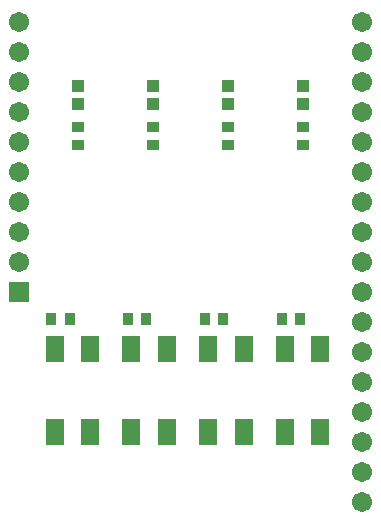
<source format=gts>
G04*
G04 #@! TF.GenerationSoftware,Altium Limited,Altium Designer,20.0.11 (256)*
G04*
G04 Layer_Color=8388736*
%FSLAX25Y25*%
%MOIN*%
G70*
G01*
G75*
%ADD18R,0.03950X0.03950*%
%ADD19R,0.04000X0.03800*%
%ADD20R,0.03800X0.04000*%
%ADD21R,0.06312X0.08674*%
%ADD22C,0.06706*%
%ADD23R,0.06706X0.06706*%
D18*
X75459Y138779D02*
D03*
Y144685D02*
D03*
X100394Y138779D02*
D03*
Y144685D02*
D03*
X50525Y138779D02*
D03*
Y144685D02*
D03*
X25591Y138779D02*
D03*
Y144685D02*
D03*
D19*
X100394Y124903D02*
D03*
Y131003D02*
D03*
X75459Y124903D02*
D03*
Y131003D02*
D03*
X50525Y124903D02*
D03*
Y131003D02*
D03*
X25591Y124903D02*
D03*
Y131003D02*
D03*
D20*
X16635Y66929D02*
D03*
X22735D02*
D03*
X42226D02*
D03*
X48326D02*
D03*
X67816D02*
D03*
X73916D02*
D03*
X93407D02*
D03*
X99507D02*
D03*
D21*
X94488Y29528D02*
D03*
Y57087D02*
D03*
X106299Y29528D02*
D03*
Y57087D02*
D03*
X68898Y29528D02*
D03*
Y57087D02*
D03*
X80709Y29528D02*
D03*
Y57087D02*
D03*
X17717Y29528D02*
D03*
Y57087D02*
D03*
X29528Y29528D02*
D03*
Y57087D02*
D03*
X43307Y29528D02*
D03*
Y57087D02*
D03*
X55118Y29528D02*
D03*
Y57087D02*
D03*
D22*
X5906Y95906D02*
D03*
Y165905D02*
D03*
Y155905D02*
D03*
Y145905D02*
D03*
Y135906D02*
D03*
Y125906D02*
D03*
Y115905D02*
D03*
Y105905D02*
D03*
Y85905D02*
D03*
X120079Y165905D02*
D03*
Y5906D02*
D03*
Y15905D02*
D03*
Y25905D02*
D03*
Y35906D02*
D03*
Y45906D02*
D03*
Y55905D02*
D03*
Y65905D02*
D03*
Y75906D02*
D03*
Y85905D02*
D03*
Y95906D02*
D03*
Y105905D02*
D03*
Y115905D02*
D03*
Y125906D02*
D03*
Y135906D02*
D03*
Y145905D02*
D03*
Y155905D02*
D03*
D23*
X5906Y75906D02*
D03*
M02*

</source>
